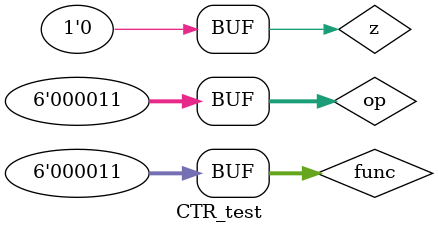
<source format=v>
`timescale 1ns / 1ps


module CTR_test;

	// Inputs
	reg z;
	reg [5:0] op;
	reg [5:0] func;

	// Outputs
	wire sext;
	wire regrt;
	wire jal;
	wire wreg;
	wire alium;
	wire wmen;
	wire [3:0] aluc;
	wire shift;
	wire [1:0] prsource;
	wire m2reg;

	// Instantiate the Unit Under Test (UUT)
	CTR uut (
		.z(z), 
		.op(op), 
		.func(func), 
		.sext(sext), 
		.regrt(regrt), 
		.jal(jal), 
		.wreg(wreg), 
		.alium(alium), 
		.wmen(wmen), 
		.aluc(aluc), 
		.shift(shift), 
		.prsource(prsource), 
		.m2reg(m2reg)
	);

	initial begin
		// Initialize Inputs
		z = 0;
		op = 0;
		func = 0;

		// Wait 100 ns for global reset to finish
		#100 op = 6'b000000;func = 6'b100000;
      #100 op = 6'b000000;func = 6'b000011;
		#100 op = 6'b001111;
		#100 op = 6'b000011;
		// Add stimulus here

	end
      
endmodule


</source>
